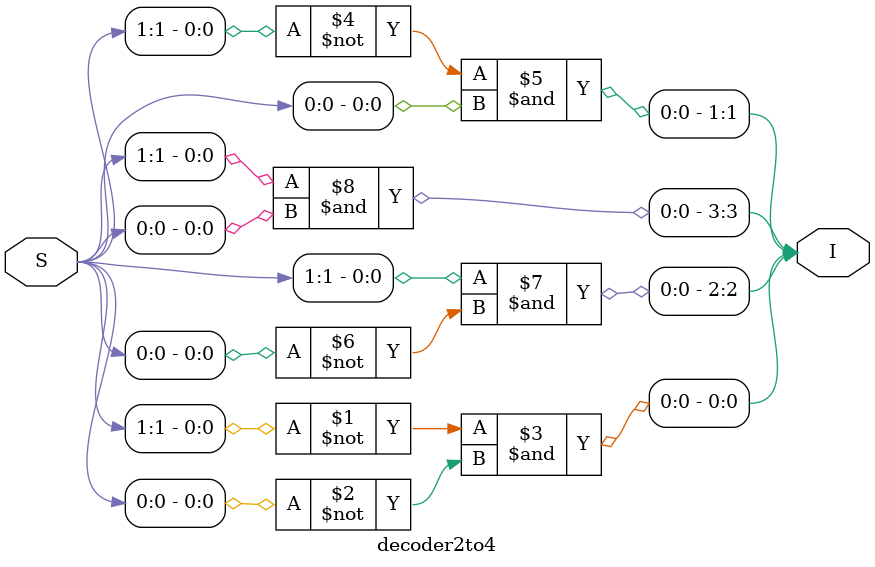
<source format=v>
`timescale 1ns / 1ps
module decoder2to4 (
   output [3:0]I ,
    input[1:0]S
    );

    assign I[0] = ~S[1] & ~S[0];
    assign I[1] = ~S[1] &  S[0];
    assign I[2] =  S[1] & ~S[0];
    assign I[3] =  S[1] &  S[0];

endmodule


</source>
